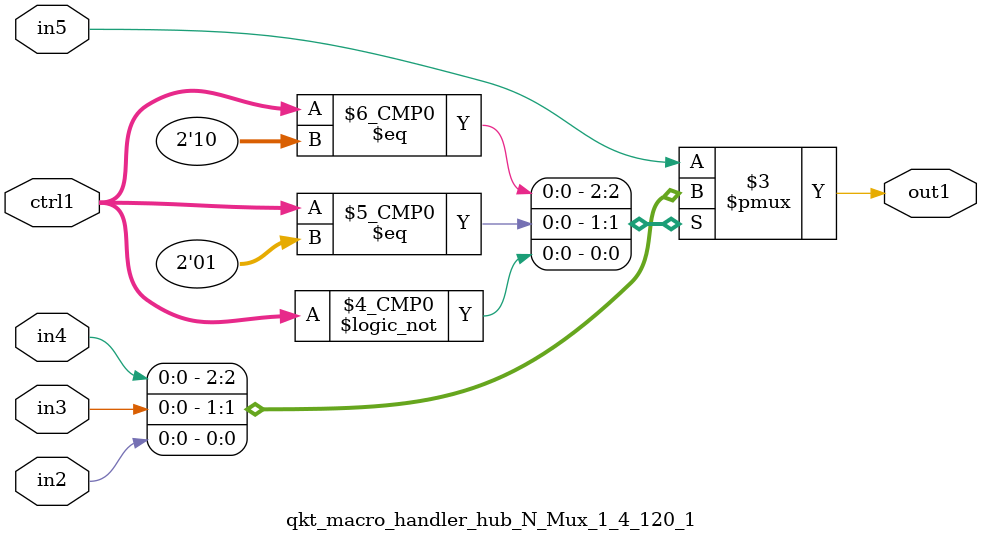
<source format=v>

`timescale 1ps / 1ps


module qkt_macro_handler_hub_N_Mux_1_4_120_1( in5, in4, in3, in2, ctrl1, out1 );

    input in5;
    input in4;
    input in3;
    input in2;
    input [1:0] ctrl1;
    output out1;
    reg out1;

    
    // rtl_process:qkt_macro_handler_hub_N_Mux_1_4_120_1/qkt_macro_handler_hub_N_Mux_1_4_120_1_thread_1
    always @*
      begin : qkt_macro_handler_hub_N_Mux_1_4_120_1_thread_1
        case (ctrl1) 
          2'd2: 
            begin
              out1 = in4;
            end
          2'd1: 
            begin
              out1 = in3;
            end
          2'd0: 
            begin
              out1 = in2;
            end
          default: 
            begin
              out1 = in5;
            end
        endcase
      end

endmodule


</source>
